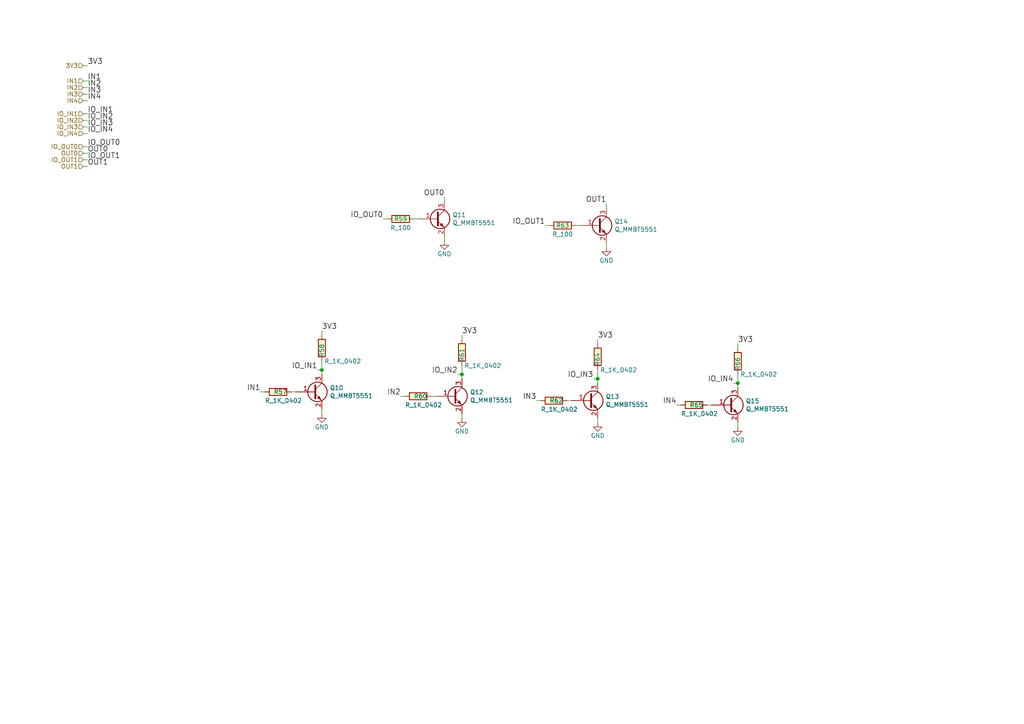
<source format=kicad_sch>
(kicad_sch (version 20230121) (generator eeschema)
  (paper "A4")
  (lib_symbols
    (symbol "Open_Automation:Q_MMBT5551" (pin_names (offset 0) hide)
      (property "Reference" "Q" (at 7.62 1.27 0))
      (property "Value" "Q_MMBT5551" (at 15.24 -1.27 0))
      (symbol "Q_MMBT5551_0_1"
        (polyline (pts (xy 0.635 0.635) (xy 2.54 2.54)))
        (polyline (pts (xy 0.635 -0.635) (xy 2.54 -2.54) (xy 2.54 -2.54)))
        (polyline (pts (xy 0.635 1.905) (xy 0.635 -1.905) (xy 0.635 -1.905)) (stroke (width 0.508)))
        (polyline (pts (xy 1.27 -1.778) (xy 1.778 -1.27) (xy 2.286 -2.286) (xy 1.27 -1.778) (xy 1.27 -1.778)) (fill (type outline)))
        (circle (center 1.27 0) (radius 2.8194) (stroke (width 0.254)))
      )
      (symbol "Q_MMBT5551_1_1"
        (pin passive line (at -5.08 0 0) (length 5.715) (name "B") (number "1"))
        (pin passive line (at 2.54 -5.08 90) (length 2.54) (name "E") (number "2"))
        (pin passive line (at 2.54 5.08 270) (length 2.54) (name "C") (number "3"))
      )
    )
    (symbol "Open_Automation:R_100" (pin_numbers hide) (pin_names (offset 0))
      (property "Reference" "R" (at 0 0 90))
      (property "Value" "R_100" (at -1.905 0 90))
      (symbol "R_100_0_1"
        (rectangle (start -1.016 -2.54) (end 1.016 2.54) (stroke (width 0.254)) (fill (type background)))
      )
      (symbol "R_100_1_1"
        (pin passive line (at 0 -3.81 90) (length 1.27) (name "~") (number "1"))
        (pin passive line (at 0 3.81 270) (length 1.27) (name "~") (number "2"))
      )
    )
    (symbol "Open_Automation:R_1K_0402" (pin_numbers hide) (pin_names (offset 0))
      (property "Reference" "R" (at 0 0 90))
      (property "Value" "R_1K_0402" (at -1.905 0 90))
      (symbol "R_1K_0402_0_1"
        (rectangle (start -1.016 -2.54) (end 1.016 2.54) (stroke (width 0.254)) (fill (type background)))
      )
      (symbol "R_1K_0402_1_1"
        (pin passive line (at 0 3.81 270) (length 1.27) (name "~") (number "1"))
        (pin passive line (at 0 -3.81 90) (length 1.27) (name "~") (number "2"))
      )
    )
    (symbol "Q_MMBT5551_1" (pin_names (offset 0) hide)
      (property "Reference" "Q" (at 7.62 1.27 0))
      (property "Value" "Q_MMBT5551_1" (at 15.24 -1.27 0))
      (symbol "Q_MMBT5551_1_0_1"
        (polyline (pts (xy 0.635 0.635) (xy 2.54 2.54)))
        (polyline (pts (xy 0.635 -0.635) (xy 2.54 -2.54) (xy 2.54 -2.54)))
        (polyline (pts (xy 0.635 1.905) (xy 0.635 -1.905) (xy 0.635 -1.905)) (stroke (width 0.508)))
        (polyline (pts (xy 1.27 -1.778) (xy 1.778 -1.27) (xy 2.286 -2.286) (xy 1.27 -1.778) (xy 1.27 -1.778)) (fill (type outline)))
        (circle (center 1.27 0) (radius 2.8194) (stroke (width 0.254)))
      )
      (symbol "Q_MMBT5551_1_1_1"
        (pin passive line (at -5.08 0 0) (length 5.715) (name "B") (number "1"))
        (pin passive line (at 2.54 -5.08 90) (length 2.54) (name "E") (number "2"))
        (pin passive line (at 2.54 5.08 270) (length 2.54) (name "C") (number "3"))
      )
    )
    (symbol "Q_MMBT5551_2" (pin_names (offset 0) hide)
      (property "Reference" "Q" (at 7.62 1.27 0))
      (property "Value" "Q_MMBT5551_2" (at 15.24 -1.27 0))
      (symbol "Q_MMBT5551_2_0_1"
        (polyline (pts (xy 0.635 0.635) (xy 2.54 2.54)))
        (polyline (pts (xy 0.635 -0.635) (xy 2.54 -2.54) (xy 2.54 -2.54)))
        (polyline (pts (xy 0.635 1.905) (xy 0.635 -1.905) (xy 0.635 -1.905)) (stroke (width 0.508)))
        (polyline (pts (xy 1.27 -1.778) (xy 1.778 -1.27) (xy 2.286 -2.286) (xy 1.27 -1.778) (xy 1.27 -1.778)) (fill (type outline)))
        (circle (center 1.27 0) (radius 2.8194) (stroke (width 0.254)))
      )
      (symbol "Q_MMBT5551_2_1_1"
        (pin passive line (at -5.08 0 0) (length 5.715) (name "B") (number "1"))
        (pin passive line (at 2.54 -5.08 90) (length 2.54) (name "E") (number "2"))
        (pin passive line (at 2.54 5.08 270) (length 2.54) (name "C") (number "3"))
      )
    )
    (symbol "Q_MMBT5551_3" (pin_names (offset 0) hide)
      (property "Reference" "Q" (at 7.62 1.27 0))
      (property "Value" "Q_MMBT5551_3" (at 15.24 -1.27 0))
      (symbol "Q_MMBT5551_3_0_1"
        (polyline (pts (xy 0.635 0.635) (xy 2.54 2.54)))
        (polyline (pts (xy 0.635 -0.635) (xy 2.54 -2.54) (xy 2.54 -2.54)))
        (polyline (pts (xy 0.635 1.905) (xy 0.635 -1.905) (xy 0.635 -1.905)) (stroke (width 0.508)))
        (polyline (pts (xy 1.27 -1.778) (xy 1.778 -1.27) (xy 2.286 -2.286) (xy 1.27 -1.778) (xy 1.27 -1.778)) (fill (type outline)))
        (circle (center 1.27 0) (radius 2.8194) (stroke (width 0.254)))
      )
      (symbol "Q_MMBT5551_3_1_1"
        (pin passive line (at -5.08 0 0) (length 5.715) (name "B") (number "1"))
        (pin passive line (at 2.54 -5.08 90) (length 2.54) (name "E") (number "2"))
        (pin passive line (at 2.54 5.08 270) (length 2.54) (name "C") (number "3"))
      )
    )
    (symbol "Q_MMBT5551_4" (pin_names (offset 0) hide)
      (property "Reference" "Q" (at 7.62 1.27 0))
      (property "Value" "Q_MMBT5551_4" (at 15.24 -1.27 0))
      (symbol "Q_MMBT5551_4_0_1"
        (polyline (pts (xy 0.635 0.635) (xy 2.54 2.54)))
        (polyline (pts (xy 0.635 -0.635) (xy 2.54 -2.54) (xy 2.54 -2.54)))
        (polyline (pts (xy 0.635 1.905) (xy 0.635 -1.905) (xy 0.635 -1.905)) (stroke (width 0.508)))
        (polyline (pts (xy 1.27 -1.778) (xy 1.778 -1.27) (xy 2.286 -2.286) (xy 1.27 -1.778) (xy 1.27 -1.778)) (fill (type outline)))
        (circle (center 1.27 0) (radius 2.8194) (stroke (width 0.254)))
      )
      (symbol "Q_MMBT5551_4_1_1"
        (pin passive line (at -5.08 0 0) (length 5.715) (name "B") (number "1"))
        (pin passive line (at 2.54 -5.08 90) (length 2.54) (name "E") (number "2"))
        (pin passive line (at 2.54 5.08 270) (length 2.54) (name "C") (number "3"))
      )
    )
    (symbol "Q_MMBT5551_5" (pin_names (offset 0) hide)
      (property "Reference" "Q" (at 7.62 1.27 0))
      (property "Value" "Q_MMBT5551_5" (at 15.24 -1.27 0))
      (symbol "Q_MMBT5551_5_0_1"
        (polyline (pts (xy 0.635 0.635) (xy 2.54 2.54)))
        (polyline (pts (xy 0.635 -0.635) (xy 2.54 -2.54) (xy 2.54 -2.54)))
        (polyline (pts (xy 0.635 1.905) (xy 0.635 -1.905) (xy 0.635 -1.905)) (stroke (width 0.508)))
        (polyline (pts (xy 1.27 -1.778) (xy 1.778 -1.27) (xy 2.286 -2.286) (xy 1.27 -1.778) (xy 1.27 -1.778)) (fill (type outline)))
        (circle (center 1.27 0) (radius 2.8194) (stroke (width 0.254)))
      )
      (symbol "Q_MMBT5551_5_1_1"
        (pin passive line (at -5.08 0 0) (length 5.715) (name "B") (number "1"))
        (pin passive line (at 2.54 -5.08 90) (length 2.54) (name "E") (number "2"))
        (pin passive line (at 2.54 5.08 270) (length 2.54) (name "C") (number "3"))
      )
    )
    (symbol "R_100_1" (pin_numbers hide) (pin_names (offset 0))
      (property "Reference" "R" (at 0 0 90))
      (property "Value" "R_100_1" (at -1.905 0 90))
      (symbol "R_100_1_0_1"
        (rectangle (start -1.016 -2.54) (end 1.016 2.54) (stroke (width 0.254)) (fill (type background)))
      )
      (symbol "R_100_1_1_1"
        (pin passive line (at 0 -3.81 90) (length 1.27) (name "~") (number "1"))
        (pin passive line (at 0 3.81 270) (length 1.27) (name "~") (number "2"))
      )
    )
    (symbol "R_1K_0402_1" (pin_numbers hide) (pin_names (offset 0))
      (property "Reference" "R" (at 0 0 90))
      (property "Value" "R_1K_0402_1" (at -1.905 0 90))
      (symbol "R_1K_0402_1_0_1"
        (rectangle (start -1.016 -2.54) (end 1.016 2.54) (stroke (width 0.254)) (fill (type background)))
      )
      (symbol "R_1K_0402_1_1_1"
        (pin passive line (at 0 3.81 270) (length 1.27) (name "~") (number "1"))
        (pin passive line (at 0 -3.81 90) (length 1.27) (name "~") (number "2"))
      )
    )
    (symbol "R_1K_0402_2" (pin_numbers hide) (pin_names (offset 0))
      (property "Reference" "R" (at 0 0 90))
      (property "Value" "R_1K_0402_2" (at -1.905 0 90))
      (symbol "R_1K_0402_2_0_1"
        (rectangle (start -1.016 -2.54) (end 1.016 2.54) (stroke (width 0.254)) (fill (type background)))
      )
      (symbol "R_1K_0402_2_1_1"
        (pin passive line (at 0 3.81 270) (length 1.27) (name "~") (number "1"))
        (pin passive line (at 0 -3.81 90) (length 1.27) (name "~") (number "2"))
      )
    )
    (symbol "R_1K_0402_3" (pin_numbers hide) (pin_names (offset 0))
      (property "Reference" "R" (at 0 0 90))
      (property "Value" "R_1K_0402_3" (at -1.905 0 90))
      (symbol "R_1K_0402_3_0_1"
        (rectangle (start -1.016 -2.54) (end 1.016 2.54) (stroke (width 0.254)) (fill (type background)))
      )
      (symbol "R_1K_0402_3_1_1"
        (pin passive line (at 0 3.81 270) (length 1.27) (name "~") (number "1"))
        (pin passive line (at 0 -3.81 90) (length 1.27) (name "~") (number "2"))
      )
    )
    (symbol "R_1K_0402_4" (pin_numbers hide) (pin_names (offset 0))
      (property "Reference" "R" (at 0 0 90))
      (property "Value" "R_1K_0402_4" (at -1.905 0 90))
      (symbol "R_1K_0402_4_0_1"
        (rectangle (start -1.016 -2.54) (end 1.016 2.54) (stroke (width 0.254)) (fill (type background)))
      )
      (symbol "R_1K_0402_4_1_1"
        (pin passive line (at 0 3.81 270) (length 1.27) (name "~") (number "1"))
        (pin passive line (at 0 -3.81 90) (length 1.27) (name "~") (number "2"))
      )
    )
    (symbol "R_1K_0402_5" (pin_numbers hide) (pin_names (offset 0))
      (property "Reference" "R" (at 0 0 90))
      (property "Value" "R_1K_0402_5" (at -1.905 0 90))
      (symbol "R_1K_0402_5_0_1"
        (rectangle (start -1.016 -2.54) (end 1.016 2.54) (stroke (width 0.254)) (fill (type background)))
      )
      (symbol "R_1K_0402_5_1_1"
        (pin passive line (at 0 3.81 270) (length 1.27) (name "~") (number "1"))
        (pin passive line (at 0 -3.81 90) (length 1.27) (name "~") (number "2"))
      )
    )
    (symbol "R_1K_0402_7" (pin_numbers hide) (pin_names (offset 0))
      (property "Reference" "R" (at 0 0 90))
      (property "Value" "R_1K_0402_7" (at -1.905 0 90))
      (symbol "R_1K_0402_7_0_1"
        (rectangle (start -1.016 -2.54) (end 1.016 2.54) (stroke (width 0.254)) (fill (type background)))
      )
      (symbol "R_1K_0402_7_1_1"
        (pin passive line (at 0 3.81 270) (length 1.27) (name "~") (number "1"))
        (pin passive line (at 0 -3.81 90) (length 1.27) (name "~") (number "2"))
      )
    )
    (symbol "power:GND" (power) (pin_names (offset 0))
      (property "Value" "GND" (at 0 -3.81 0))
      (symbol "GND_0_1"
        (polyline (pts (xy 0 0) (xy 0 -1.27) (xy 1.27 -1.27) (xy 0 -2.54) (xy -1.27 -1.27) (xy 0 -1.27)))
      )
      (symbol "GND_1_1"
        (pin power_in line (at 0 0 270) (length 0) hide (name "GND") (number "1"))
      )
    )
  )
  (junction (at 173.355 109.855))
  (junction (at 133.985 108.585))
  (junction (at 213.995 111.125))
  (junction (at 93.345 107.315))
  (wire (pts (xy 24.13 48.26) (xy 25.4 48.26)))
  (wire (pts (xy 173.355 107.315) (xy 173.355 109.855)))
  (wire (pts (xy 24.13 23.495) (xy 25.4 23.495)))
  (wire (pts (xy 112.395 63.5) (xy 111.125 63.5)))
  (wire (pts (xy 213.995 111.125) (xy 213.995 112.395)))
  (wire (pts (xy 24.13 34.925) (xy 25.4 34.925)))
  (wire (pts (xy 76.835 113.665) (xy 75.565 113.665)))
  (wire (pts (xy 175.895 71.755) (xy 175.895 70.485)))
  (wire (pts (xy 24.13 38.735) (xy 25.4 38.735)))
  (wire (pts (xy 117.475 114.935) (xy 116.205 114.935)))
  (wire (pts (xy 172.085 109.855) (xy 173.355 109.855)))
  (wire (pts (xy 128.905 69.85) (xy 128.905 68.58)))
  (wire (pts (xy 24.13 29.21) (xy 25.4 29.21)))
  (wire (pts (xy 173.355 98.425) (xy 173.355 99.695)))
  (wire (pts (xy 213.995 108.585) (xy 213.995 111.125)))
  (wire (pts (xy 24.13 19.05) (xy 25.4 19.05)))
  (wire (pts (xy 167.005 65.405) (xy 168.275 65.405)))
  (wire (pts (xy 132.715 108.585) (xy 133.985 108.585)))
  (wire (pts (xy 120.015 63.5) (xy 121.285 63.5)))
  (wire (pts (xy 213.995 123.825) (xy 213.995 122.555)))
  (wire (pts (xy 93.345 104.775) (xy 93.345 107.315)))
  (wire (pts (xy 159.385 65.405) (xy 158.115 65.405)))
  (wire (pts (xy 156.845 116.205) (xy 155.575 116.205)))
  (wire (pts (xy 24.13 46.355) (xy 25.4 46.355)))
  (wire (pts (xy 93.345 107.315) (xy 93.345 108.585)))
  (wire (pts (xy 24.13 36.83) (xy 25.4 36.83)))
  (wire (pts (xy 24.13 33.02) (xy 25.4 33.02)))
  (wire (pts (xy 173.355 109.855) (xy 173.355 111.125)))
  (wire (pts (xy 205.105 117.475) (xy 206.375 117.475)))
  (wire (pts (xy 133.985 121.285) (xy 133.985 120.015)))
  (wire (pts (xy 133.985 97.155) (xy 133.985 98.425)))
  (wire (pts (xy 92.075 107.315) (xy 93.345 107.315)))
  (wire (pts (xy 133.985 106.045) (xy 133.985 108.585)))
  (wire (pts (xy 164.465 116.205) (xy 165.735 116.205)))
  (wire (pts (xy 175.895 59.055) (xy 175.895 60.325)))
  (wire (pts (xy 125.095 114.935) (xy 126.365 114.935)))
  (wire (pts (xy 212.725 111.125) (xy 213.995 111.125)))
  (wire (pts (xy 93.345 95.885) (xy 93.345 97.155)))
  (wire (pts (xy 128.905 57.15) (xy 128.905 58.42)))
  (wire (pts (xy 24.13 42.545) (xy 25.4 42.545)))
  (wire (pts (xy 93.345 120.015) (xy 93.345 118.745)))
  (wire (pts (xy 24.13 27.305) (xy 25.4 27.305)))
  (wire (pts (xy 197.485 117.475) (xy 196.215 117.475)))
  (wire (pts (xy 173.355 122.555) (xy 173.355 121.285)))
  (wire (pts (xy 213.995 99.695) (xy 213.995 100.965)))
  (wire (pts (xy 133.985 108.585) (xy 133.985 109.855)))
  (wire (pts (xy 24.13 44.45) (xy 25.4 44.45)))
  (wire (pts (xy 84.455 113.665) (xy 85.725 113.665)))
  (wire (pts (xy 24.13 25.4) (xy 25.4 25.4)))
  (label "OUT1" (at 25.4 48.26 0) (effects (font (size 1.524 1.524))))
  (label "IO_IN1" (at 92.075 107.315 180) (effects (font (size 1.524 1.524))))
  (label "IN1" (at 75.565 113.665 180) (effects (font (size 1.524 1.524))))
  (label "IO_IN3" (at 172.085 109.855 180) (effects (font (size 1.524 1.524))))
  (label "IO_IN2" (at 132.715 108.585 180) (effects (font (size 1.524 1.524))))
  (label "IN1" (at 25.4 23.495 0) (effects (font (size 1.524 1.524))))
  (label "IN3" (at 155.575 116.205 180) (effects (font (size 1.524 1.524))))
  (label "IO_IN2" (at 25.4 34.925 0) (effects (font (size 1.524 1.524))))
  (label "3V3" (at 213.995 99.695 0) (effects (font (size 1.524 1.524))))
  (label "IN2" (at 116.205 114.935 180) (effects (font (size 1.524 1.524))))
  (label "OUT0" (at 128.905 57.15 180) (effects (font (size 1.524 1.524))))
  (label "IN2" (at 25.4 25.4 0) (effects (font (size 1.524 1.524))))
  (label "IN4" (at 196.215 117.475 180) (effects (font (size 1.524 1.524))))
  (label "OUT1" (at 175.895 59.055 180) (effects (font (size 1.524 1.524))))
  (label "IN4" (at 25.4 29.21 0) (effects (font (size 1.524 1.524))))
  (label "OUT0" (at 25.4 44.45 0) (effects (font (size 1.524 1.524))))
  (label "IO_OUT1" (at 25.4 46.355 0) (effects (font (size 1.524 1.524))))
  (label "IO_OUT1" (at 158.115 65.405 180) (effects (font (size 1.524 1.524))))
  (label "IO_IN3" (at 25.4 36.83 0) (effects (font (size 1.524 1.524))))
  (label "3V3" (at 173.355 98.425 0) (effects (font (size 1.524 1.524))))
  (label "IO_IN4" (at 25.4 38.735 0) (effects (font (size 1.524 1.524))))
  (label "IO_IN4" (at 212.725 111.125 180) (effects (font (size 1.524 1.524))))
  (label "3V3" (at 25.4 19.05 0) (effects (font (size 1.524 1.524))))
  (label "3V3" (at 133.985 97.155 0) (effects (font (size 1.524 1.524))))
  (label "3V3" (at 93.345 95.885 0) (effects (font (size 1.524 1.524))))
  (label "IO_OUT0" (at 25.4 42.545 0) (effects (font (size 1.524 1.524))))
  (label "IO_OUT0" (at 111.125 63.5 180) (effects (font (size 1.524 1.524))))
  (label "IO_IN1" (at 25.4 33.02 0) (effects (font (size 1.524 1.524))))
  (label "IN3" (at 25.4 27.305 0) (effects (font (size 1.524 1.524))))
  (hierarchical_label "IN4" (shape input) (at 24.13 29.21 180))
  (hierarchical_label "IO_OUT1" (shape input) (at 24.13 46.355 180))
  (hierarchical_label "IO_IN2" (shape input) (at 24.13 34.925 180))
  (hierarchical_label "OUT1" (shape input) (at 24.13 48.26 180))
  (hierarchical_label "3V3" (shape input) (at 24.13 19.05 180))
  (hierarchical_label "IN2" (shape input) (at 24.13 25.4 180))
  (hierarchical_label "IO_IN4" (shape input) (at 24.13 38.735 180))
  (hierarchical_label "OUT0" (shape input) (at 24.13 44.45 180))
  (hierarchical_label "IO_IN3" (shape input) (at 24.13 36.83 180))
  (hierarchical_label "IN3" (shape input) (at 24.13 27.305 180))
  (hierarchical_label "IO_OUT0" (shape input) (at 24.13 42.545 180))
  (hierarchical_label "IN1" (shape input) (at 24.13 23.495 180))
  (hierarchical_label "IO_IN1" (shape input) (at 24.13 33.02 180))
  (symbol (lib_name "R_1K_0402_2") (lib_id "Open_Automation:R_1K_0402") (at 133.985 102.235 180) (unit 1)
    (property "Reference" "R61" (at 133.985 100.965 90) (effects (justify left)))
    (property "Value" "R_1K_0402" (at 145.415 106.045 0) (effects (justify left)))
    (property "Footprint" "Resistor_SMD:R_0402_1005Metric_Pad0.72x0.64mm_HandSolder" (effects hide))
    (property "Datasheet" "https://www.digikey.com/product-detail/en/panasonic-electronic-components/ERJ-3GEYJ102V/P1.0KGDKR-ND/577615" (effects hide))
    (property "Part Number" "0402WGF1001TCE" (effects hide))
    (property "LCSC" "C11702" (effects hide))
  )
  (symbol (lib_name "Q_MMBT5551_1") (lib_id "Open_Automation:Q_MMBT5551") (at 173.355 65.405 0) (unit 1)
    (property "Reference" "Q14" (at 178.2064 64.2366 0) (effects (justify left)))
    (property "Value" "Q_MMBT5551" (at 178.2064 66.548 0) (effects (justify left)))
    (property "Footprint" "Package_TO_SOT_SMD:SOT-23" (effects hide))
    (property "Datasheet" "https://datasheet.lcsc.com/szlcsc/Changjiang-Electronics-Tech-CJ-SS8050_C2150.pdf" (effects hide))
    (property "Part Number" "MMBT5551" (effects hide))
    (property "LCSC" "C2145" (effects hide))
  )
  (symbol (lib_name "Q_MMBT5551_4") (lib_id "Open_Automation:Q_MMBT5551") (at 90.805 113.665 0) (unit 1)
    (property "Reference" "Q10" (at 95.6564 112.4966 0) (effects (justify left)))
    (property "Value" "Q_MMBT5551" (at 95.6564 114.808 0) (effects (justify left)))
    (property "Footprint" "Package_TO_SOT_SMD:SOT-23" (effects hide))
    (property "Datasheet" "https://datasheet.lcsc.com/szlcsc/Changjiang-Electronics-Tech-CJ-SS8050_C2150.pdf" (effects hide))
    (property "Part Number" "MMBT5551" (effects hide))
    (property "LCSC" "C2145" (effects hide))
  )
  (symbol (lib_id "power:GND") (at 213.995 123.825 0) (unit 1)
    (property "Reference" "#PWR088" (effects hide))
    (property "Value" "GND" (at 213.995 127.635 0))
  )
  (symbol (lib_name "R_100_1") (lib_id "Open_Automation:R_100") (at 163.195 65.405 270) (unit 1)
    (property "Reference" "R63" (at 163.195 65.405 90))
    (property "Value" "R_100" (at 163.195 67.945 90))
    (property "Footprint" "Resistor_SMD:R_0402_1005Metric_Pad0.72x0.64mm_HandSolder" (effects hide))
    (property "Datasheet" "https://datasheet.lcsc.com/szlcsc/Uniroyal-Elec-0402WGF1000TCE_C25076.pdf" (effects hide))
    (property "Part Number" "0402WGF1000TCE" (effects hide))
    (property "LCSC" "C25076" (effects hide))
  )
  (symbol (lib_name "R_1K_0402_4") (lib_id "Open_Automation:R_1K_0402") (at 93.345 100.965 180) (unit 1)
    (property "Reference" "R58" (at 93.345 99.695 90) (effects (justify left)))
    (property "Value" "R_1K_0402" (at 104.775 104.775 0) (effects (justify left)))
    (property "Footprint" "Resistor_SMD:R_0402_1005Metric_Pad0.72x0.64mm_HandSolder" (effects hide))
    (property "Datasheet" "https://www.digikey.com/product-detail/en/panasonic-electronic-components/ERJ-3GEYJ102V/P1.0KGDKR-ND/577615" (effects hide))
    (property "Part Number" "0402WGF1001TCE" (effects hide))
    (property "LCSC" "C11702" (effects hide))
  )
  (symbol (lib_id "Open_Automation:Q_MMBT5551") (at 170.815 116.205 0) (unit 1)
    (property "Reference" "Q13" (at 175.6664 115.0366 0) (effects (justify left)))
    (property "Value" "Q_MMBT5551" (at 175.6664 117.348 0) (effects (justify left)))
    (property "Footprint" "Package_TO_SOT_SMD:SOT-23" (effects hide))
    (property "Datasheet" "https://datasheet.lcsc.com/szlcsc/Changjiang-Electronics-Tech-CJ-SS8050_C2150.pdf" (effects hide))
    (property "Part Number" "MMBT5551" (effects hide))
    (property "LCSC" "C2145" (effects hide))
  )
  (symbol (lib_name "R_1K_0402_1") (lib_id "Open_Automation:R_1K_0402") (at 160.655 116.205 270) (unit 1)
    (property "Reference" "R62" (at 159.385 116.205 90) (effects (justify left)))
    (property "Value" "R_1K_0402" (at 156.845 118.745 90) (effects (justify left)))
    (property "Footprint" "Resistor_SMD:R_0402_1005Metric_Pad0.72x0.64mm_HandSolder" (effects hide))
    (property "Datasheet" "https://www.digikey.com/product-detail/en/panasonic-electronic-components/ERJ-3GEYJ102V/P1.0KGDKR-ND/577615" (effects hide))
    (property "Part Number" "0402WGF1001TCE" (effects hide))
    (property "LCSC" "C11702" (effects hide))
  )
  (symbol (lib_id "Open_Automation:R_1K_0402") (at 213.995 104.775 180) (unit 1)
    (property "Reference" "R66" (at 213.995 103.505 90) (effects (justify left)))
    (property "Value" "R_1K_0402" (at 225.425 108.585 0) (effects (justify left)))
    (property "Footprint" "Resistor_SMD:R_0402_1005Metric_Pad0.72x0.64mm_HandSolder" (effects hide))
    (property "Datasheet" "https://www.digikey.com/product-detail/en/panasonic-electronic-components/ERJ-3GEYJ102V/P1.0KGDKR-ND/577615" (effects hide))
    (property "Part Number" "0402WGF1001TCE" (effects hide))
    (property "LCSC" "C11702" (effects hide))
  )
  (symbol (lib_id "Open_Automation:R_100") (at 116.205 63.5 270) (unit 1)
    (property "Reference" "R59" (at 116.205 63.5 90))
    (property "Value" "R_100" (at 116.205 66.04 90))
    (property "Footprint" "Resistor_SMD:R_0402_1005Metric_Pad0.72x0.64mm_HandSolder" (effects hide))
    (property "Datasheet" "https://datasheet.lcsc.com/szlcsc/Uniroyal-Elec-0402WGF1000TCE_C25076.pdf" (effects hide))
    (property "Part Number" "0402WGF1000TCE" (effects hide))
    (property "LCSC" "C25076" (effects hide))
  )
  (symbol (lib_id "Open_Automation:R_1K_0402") (at 173.355 103.505 180) (unit 1)
    (property "Reference" "R64" (at 173.355 102.235 90) (effects (justify left)))
    (property "Value" "R_1K_0402" (at 184.785 107.315 0) (effects (justify left)))
    (property "Footprint" "Resistor_SMD:R_0402_1005Metric_Pad0.72x0.64mm_HandSolder" (effects hide))
    (property "Datasheet" "https://www.digikey.com/product-detail/en/panasonic-electronic-components/ERJ-3GEYJ102V/P1.0KGDKR-ND/577615" (effects hide))
    (property "Part Number" "0402WGF1001TCE" (effects hide))
    (property "LCSC" "C11702" (effects hide))
  )
  (symbol (lib_name "Q_MMBT5551_3") (lib_id "Open_Automation:Q_MMBT5551") (at 131.445 114.935 0) (unit 1)
    (property "Reference" "Q12" (at 136.2964 113.7666 0) (effects (justify left)))
    (property "Value" "Q_MMBT5551" (at 136.2964 116.078 0) (effects (justify left)))
    (property "Footprint" "Package_TO_SOT_SMD:SOT-23" (effects hide))
    (property "Datasheet" "https://datasheet.lcsc.com/szlcsc/Changjiang-Electronics-Tech-CJ-SS8050_C2150.pdf" (effects hide))
    (property "Part Number" "MMBT5551" (effects hide))
    (property "LCSC" "C2145" (effects hide))
  )
  (symbol (lib_id "power:GND") (at 93.345 120.015 0) (unit 1)
    (property "Reference" "#PWR083" (effects hide))
    (property "Value" "GND" (at 93.345 123.825 0))
  )
  (symbol (lib_id "power:GND") (at 133.985 121.285 0) (unit 1)
    (property "Reference" "#PWR085" (effects hide))
    (property "Value" "GND" (at 133.985 125.095 0))
  )
  (symbol (lib_name "R_1K_0402_7") (lib_id "Open_Automation:R_1K_0402") (at 201.295 117.475 270) (unit 1)
    (property "Reference" "R65" (at 200.025 117.475 90) (effects (justify left)))
    (property "Value" "R_1K_0402" (at 197.485 120.015 90) (effects (justify left)))
    (property "Footprint" "Resistor_SMD:R_0402_1005Metric_Pad0.72x0.64mm_HandSolder" (effects hide))
    (property "Datasheet" "https://www.digikey.com/product-detail/en/panasonic-electronic-components/ERJ-3GEYJ102V/P1.0KGDKR-ND/577615" (effects hide))
    (property "Part Number" "0402WGF1001TCE" (effects hide))
    (property "LCSC" "C11702" (effects hide))
  )
  (symbol (lib_name "R_1K_0402_3") (lib_id "Open_Automation:R_1K_0402") (at 121.285 114.935 270) (unit 1)
    (property "Reference" "R60" (at 120.015 114.935 90) (effects (justify left)))
    (property "Value" "R_1K_0402" (at 117.475 117.475 90) (effects (justify left)))
    (property "Footprint" "Resistor_SMD:R_0402_1005Metric_Pad0.72x0.64mm_HandSolder" (effects hide))
    (property "Datasheet" "https://www.digikey.com/product-detail/en/panasonic-electronic-components/ERJ-3GEYJ102V/P1.0KGDKR-ND/577615" (effects hide))
    (property "Part Number" "0402WGF1001TCE" (effects hide))
    (property "LCSC" "C11702" (effects hide))
  )
  (symbol (lib_name "Q_MMBT5551_5") (lib_id "Open_Automation:Q_MMBT5551") (at 211.455 117.475 0) (unit 1)
    (property "Reference" "Q15" (at 216.3064 116.3066 0) (effects (justify left)))
    (property "Value" "Q_MMBT5551" (at 216.3064 118.618 0) (effects (justify left)))
    (property "Footprint" "Package_TO_SOT_SMD:SOT-23" (effects hide))
    (property "Datasheet" "https://datasheet.lcsc.com/szlcsc/Changjiang-Electronics-Tech-CJ-SS8050_C2150.pdf" (effects hide))
    (property "Part Number" "MMBT5551" (effects hide))
    (property "LCSC" "C2145" (effects hide))
  )
  (symbol (lib_name "Q_MMBT5551_2") (lib_id "Open_Automation:Q_MMBT5551") (at 126.365 63.5 0) (unit 1)
    (property "Reference" "Q11" (at 131.2164 62.3316 0) (effects (justify left)))
    (property "Value" "Q_MMBT5551" (at 131.2164 64.643 0) (effects (justify left)))
    (property "Footprint" "Package_TO_SOT_SMD:SOT-23" (effects hide))
    (property "Datasheet" "https://datasheet.lcsc.com/szlcsc/Changjiang-Electronics-Tech-CJ-SS8050_C2150.pdf" (effects hide))
    (property "Part Number" "MMBT5551" (effects hide))
    (property "LCSC" "C2145" (effects hide))
  )
  (symbol (lib_name "R_1K_0402_5") (lib_id "Open_Automation:R_1K_0402") (at 80.645 113.665 270) (unit 1)
    (property "Reference" "R57" (at 79.375 113.665 90) (effects (justify left)))
    (property "Value" "R_1K_0402" (at 76.835 116.205 90) (effects (justify left)))
    (property "Footprint" "Resistor_SMD:R_0402_1005Metric_Pad0.72x0.64mm_HandSolder" (effects hide))
    (property "Datasheet" "https://www.digikey.com/product-detail/en/panasonic-electronic-components/ERJ-3GEYJ102V/P1.0KGDKR-ND/577615" (effects hide))
    (property "Part Number" "0402WGF1001TCE" (effects hide))
    (property "LCSC" "C11702" (effects hide))
  )
  (symbol (lib_id "power:GND") (at 128.905 69.85 0) (unit 1)
    (property "Reference" "#PWR084" (effects hide))
    (property "Value" "GND" (at 128.905 73.66 0))
  )
  (symbol (lib_id "power:GND") (at 173.355 122.555 0) (unit 1)
    (property "Reference" "#PWR086" (effects hide))
    (property "Value" "GND" (at 173.355 126.365 0))
  )
  (symbol (lib_id "power:GND") (at 175.895 71.755 0) (unit 1)
    (property "Reference" "#PWR087" (effects hide))
    (property "Value" "GND" (at 175.895 75.565 0))
  )
)
</source>
